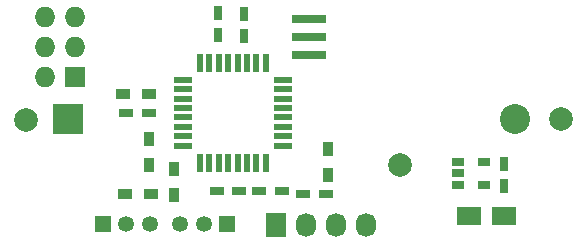
<source format=gbs>
G04 #@! TF.FileFunction,Soldermask,Bot*
%FSLAX46Y46*%
G04 Gerber Fmt 4.6, Leading zero omitted, Abs format (unit mm)*
G04 Created by KiCad (PCBNEW no-vcs-found-undefined) date Fri Oct 21 11:36:43 2016*
%MOMM*%
%LPD*%
G01*
G04 APERTURE LIST*
%ADD10C,0.100000*%
%ADD11R,3.000000X0.800000*%
%ADD12C,2.000000*%
%ADD13R,2.540000X2.540000*%
%ADD14C,2.540000*%
%ADD15R,0.750000X1.200000*%
%ADD16R,1.200000X0.750000*%
%ADD17R,0.550000X1.600000*%
%ADD18R,1.600000X0.550000*%
%ADD19R,1.200000X0.900000*%
%ADD20R,0.900000X1.200000*%
%ADD21C,1.998980*%
%ADD22R,1.727200X1.727200*%
%ADD23O,1.727200X1.727200*%
%ADD24R,2.148840X1.501140*%
%ADD25R,1.060000X0.650000*%
%ADD26R,1.350000X1.350000*%
%ADD27C,1.350000*%
%ADD28R,1.727200X2.032000*%
%ADD29O,1.727200X2.032000*%
G04 APERTURE END LIST*
D10*
D11*
X123761500Y-79462500D03*
X123761500Y-80962500D03*
X123761500Y-82462500D03*
D12*
X145161000Y-87947500D03*
D13*
X103404000Y-87884000D03*
D14*
X141224000Y-87884000D03*
D15*
X118300500Y-80896500D03*
X118300500Y-78996500D03*
D16*
X121473000Y-93980000D03*
X119573000Y-93980000D03*
D15*
X116078000Y-78933000D03*
X116078000Y-80833000D03*
D16*
X116014500Y-93980000D03*
X117914500Y-93980000D03*
X108333500Y-87439500D03*
X110233500Y-87439500D03*
D17*
X114548000Y-83126000D03*
X115348000Y-83126000D03*
X116148000Y-83126000D03*
X116948000Y-83126000D03*
X117748000Y-83126000D03*
X118548000Y-83126000D03*
X119348000Y-83126000D03*
X120148000Y-83126000D03*
D18*
X121598000Y-84576000D03*
X121598000Y-85376000D03*
X121598000Y-86176000D03*
X121598000Y-86976000D03*
X121598000Y-87776000D03*
X121598000Y-88576000D03*
X121598000Y-89376000D03*
X121598000Y-90176000D03*
D17*
X120148000Y-91626000D03*
X119348000Y-91626000D03*
X118548000Y-91626000D03*
X117748000Y-91626000D03*
X116948000Y-91626000D03*
X116148000Y-91626000D03*
X115348000Y-91626000D03*
X114548000Y-91626000D03*
D18*
X113098000Y-90176000D03*
X113098000Y-89376000D03*
X113098000Y-88576000D03*
X113098000Y-87776000D03*
X113098000Y-86976000D03*
X113098000Y-86176000D03*
X113098000Y-85376000D03*
X113098000Y-84576000D03*
D16*
X125219500Y-94234000D03*
X123319500Y-94234000D03*
D19*
X108056500Y-85788500D03*
X110256500Y-85788500D03*
D20*
X125412500Y-90446500D03*
X125412500Y-92646500D03*
X112395000Y-92181500D03*
X112395000Y-94381500D03*
X110236000Y-89578000D03*
X110236000Y-91778000D03*
D21*
X131508500Y-91821000D03*
D22*
X104013000Y-84328000D03*
D23*
X101473000Y-84328000D03*
X104013000Y-81788000D03*
X101473000Y-81788000D03*
X104013000Y-79248000D03*
X101473000Y-79248000D03*
D24*
X140312140Y-96139000D03*
X137309860Y-96139000D03*
D15*
X140335000Y-91696500D03*
X140335000Y-93596500D03*
D25*
X136398000Y-93467000D03*
X136398000Y-92517000D03*
X136398000Y-91567000D03*
X138598000Y-91567000D03*
X138598000Y-93467000D03*
D26*
X106331000Y-96837500D03*
D27*
X108331000Y-96837500D03*
X110331000Y-96837500D03*
D19*
X108247000Y-94297500D03*
X110447000Y-94297500D03*
D26*
X116871500Y-96837500D03*
D27*
X114871500Y-96837500D03*
X112871500Y-96837500D03*
D28*
X121031000Y-96901000D03*
D29*
X123571000Y-96901000D03*
X126111000Y-96901000D03*
X128651000Y-96901000D03*
D12*
X99822000Y-88011000D03*
M02*

</source>
